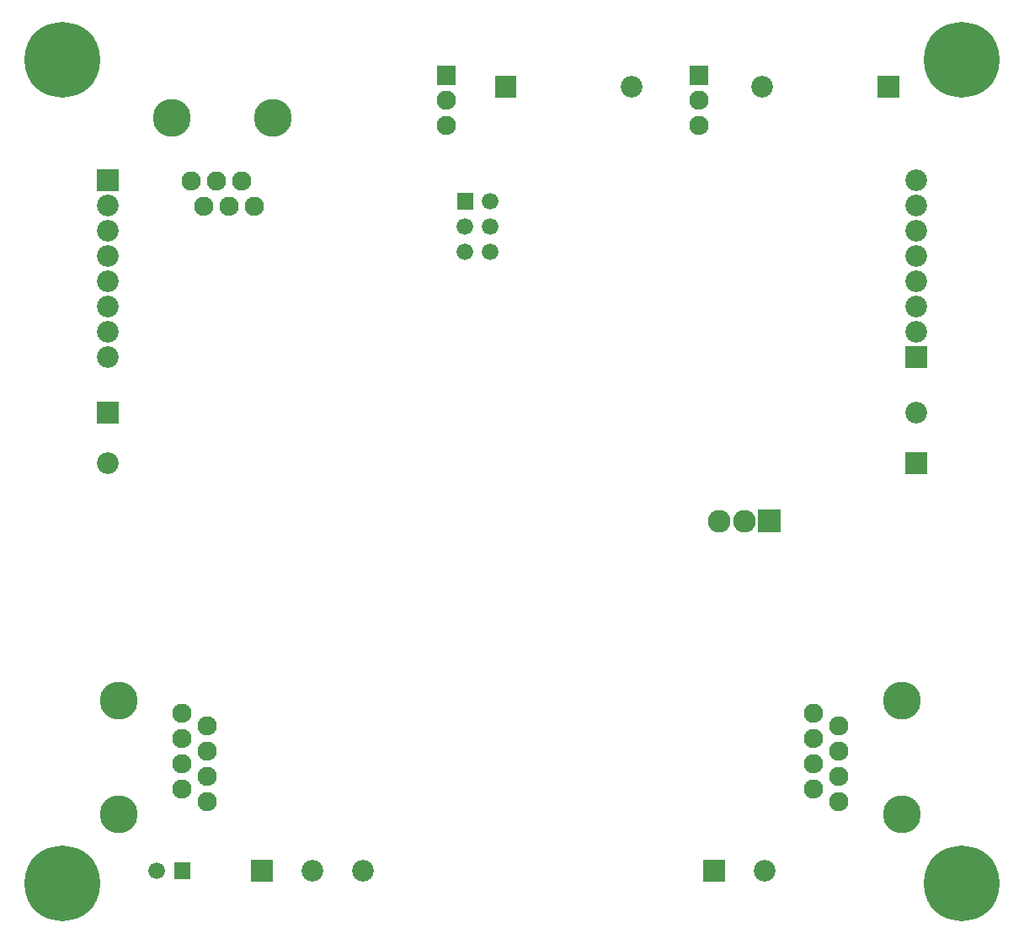
<source format=gbr>
G04 start of page 7 for group -4062 idx -4062 *
G04 Title: (unknown), soldermask *
G04 Creator: pcb 20140316 *
G04 CreationDate: Sat 17 Sep 2016 09:25:40 PM GMT UTC *
G04 For: ndholmes *
G04 Format: Gerber/RS-274X *
G04 PCB-Dimensions (mil): 3900.00 3600.00 *
G04 PCB-Coordinate-Origin: lower left *
%MOIN*%
%FSLAX25Y25*%
%LNBOTTOMMASK*%
%ADD103C,0.0900*%
%ADD102C,0.1500*%
%ADD101C,0.2997*%
%ADD100C,0.0860*%
%ADD99C,0.0760*%
%ADD98C,0.0660*%
%ADD97C,0.0001*%
G54D97*G36*
X61200Y25300D02*Y18700D01*
X67800D01*
Y25300D01*
X61200D01*
G37*
G54D98*X54500Y22000D03*
G54D99*X64500Y84500D03*
X74500Y79500D03*
X64500Y74500D03*
X74500Y69500D03*
X64500Y64500D03*
X74500Y59500D03*
X64500Y54500D03*
X74500Y49500D03*
G54D97*G36*
X91700Y26300D02*Y17700D01*
X100300D01*
Y26300D01*
X91700D01*
G37*
G54D100*X116000Y22000D03*
X136000D03*
G54D101*X373000Y17000D03*
G54D97*G36*
X173200Y290300D02*Y283700D01*
X179800D01*
Y290300D01*
X173200D01*
G37*
G54D98*X176500Y277000D03*
Y267000D03*
X186500Y287000D03*
Y277000D03*
Y267000D03*
G54D99*X93000Y285000D03*
X83000D03*
X73000D03*
X88000Y295000D03*
X78000D03*
X68000D03*
G54D102*X100500Y320000D03*
X60500D03*
G54D97*G36*
X30700Y299800D02*Y291200D01*
X39300D01*
Y299800D01*
X30700D01*
G37*
G54D100*X35000Y285500D03*
Y275500D03*
Y265500D03*
Y255500D03*
X294000Y332500D03*
X242500D03*
G54D97*G36*
X265200Y340800D02*Y333200D01*
X272800D01*
Y340800D01*
X265200D01*
G37*
G54D99*X269000Y327000D03*
Y317000D03*
G54D97*G36*
X165200Y340800D02*Y333200D01*
X172800D01*
Y340800D01*
X165200D01*
G37*
G54D99*X169000Y327000D03*
Y317000D03*
G54D97*G36*
X188200Y336800D02*Y328200D01*
X196800D01*
Y336800D01*
X188200D01*
G37*
G54D99*X324500Y49500D03*
G54D102*X349500Y44500D03*
G54D99*X314500Y54500D03*
X324500Y59500D03*
Y69500D03*
Y79500D03*
G54D102*X349500Y89500D03*
G54D99*X314500Y64500D03*
Y74500D03*
Y84500D03*
G54D97*G36*
X270700Y26300D02*Y17700D01*
X279300D01*
Y26300D01*
X270700D01*
G37*
G54D103*X277000Y160500D03*
X287000D03*
G54D97*G36*
X292500Y165000D02*Y156000D01*
X301500D01*
Y165000D01*
X292500D01*
G37*
G54D100*X295000Y22000D03*
G54D101*X17000Y17000D03*
Y343000D03*
G54D100*X35000Y245500D03*
Y235500D03*
Y225500D03*
G54D97*G36*
X30700Y207800D02*Y199200D01*
X39300D01*
Y207800D01*
X30700D01*
G37*
G54D100*X35000Y183500D03*
G54D102*X39500Y89500D03*
Y44500D03*
G54D101*X373000Y343000D03*
G54D97*G36*
X339700Y336800D02*Y328200D01*
X348300D01*
Y336800D01*
X339700D01*
G37*
G36*
X350700Y187800D02*Y179200D01*
X359300D01*
Y187800D01*
X350700D01*
G37*
G54D100*X355000Y203500D03*
G54D97*G36*
X350700Y229800D02*Y221200D01*
X359300D01*
Y229800D01*
X350700D01*
G37*
G54D100*X355000Y235500D03*
Y245500D03*
Y255500D03*
Y265500D03*
Y275500D03*
Y285500D03*
Y295500D03*
M02*

</source>
